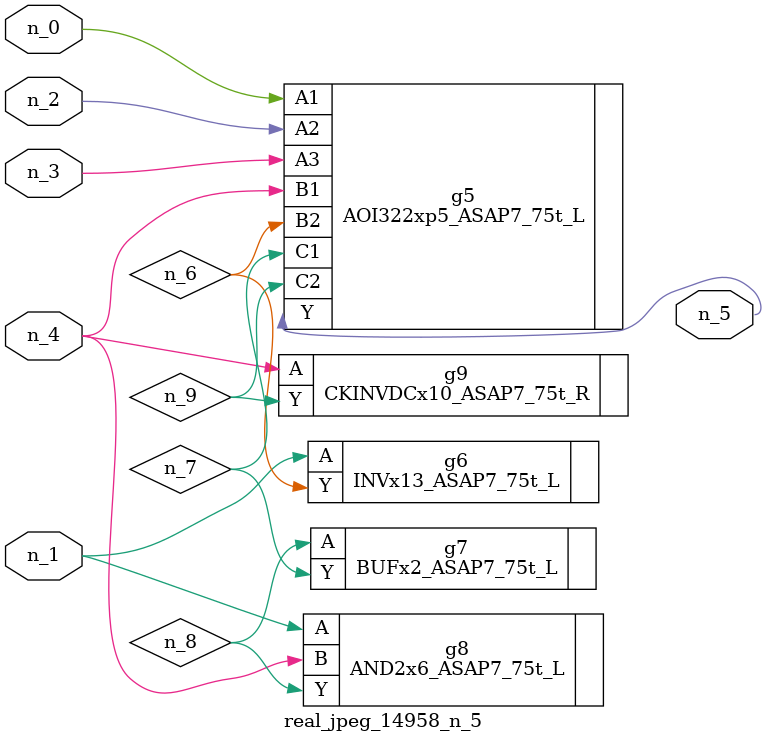
<source format=v>
module real_jpeg_14958_n_5 (n_4, n_0, n_1, n_2, n_3, n_5);

input n_4;
input n_0;
input n_1;
input n_2;
input n_3;

output n_5;

wire n_8;
wire n_6;
wire n_7;
wire n_9;

AOI322xp5_ASAP7_75t_L g5 ( 
.A1(n_0),
.A2(n_2),
.A3(n_3),
.B1(n_4),
.B2(n_6),
.C1(n_7),
.C2(n_9),
.Y(n_5)
);

INVx13_ASAP7_75t_L g6 ( 
.A(n_1),
.Y(n_6)
);

AND2x6_ASAP7_75t_L g8 ( 
.A(n_1),
.B(n_4),
.Y(n_8)
);

CKINVDCx10_ASAP7_75t_R g9 ( 
.A(n_4),
.Y(n_9)
);

BUFx2_ASAP7_75t_L g7 ( 
.A(n_8),
.Y(n_7)
);


endmodule
</source>
